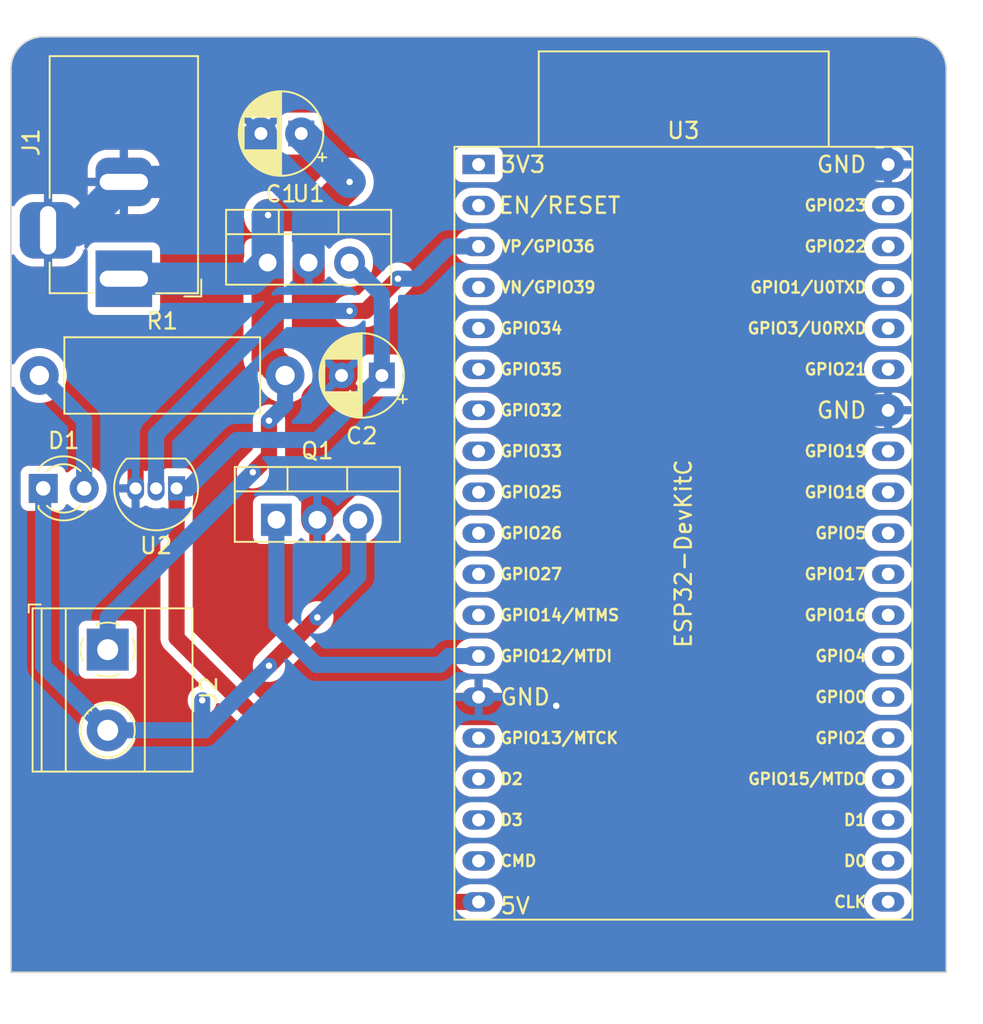
<source format=kicad_pcb>
(kicad_pcb (version 20221018) (generator pcbnew)
  (layers (0 "F.Cu" signal) (31 "B.Cu" signal) (34 "B.Paste" user) (35 "F.Paste" user) (36 "B.SilkS" user "B.Silkscreen") (37 "F.SilkS" user "F.Silkscreen") (38 "B.Mask" user) (39 "F.Mask" user) (44 "Edge.Cuts" user))
  (net 0 "")
  (net 1 "Net-(J2-Pin_1)")
  (net 2 "GND")
  (net 3 "+5V")
  (net 4 "Net-(D1-K)")
  (net 5 "Net-(D1-A)")
  (net 6 "Net-(Q1-G)")
  (net 7 "Net-(U2-V_{OUT})")
  (footprint "Package_TO_SOT_THT:TO-92_Inline" (layer "F.Cu") (at 158.27 76 180)
    (fp_text reference "U2" (at 1.27 -3.56) (layer "F.SilkS"))
    (fp_text value "LM35-LP")
    (fp_line (start -0.53 1.85) (end 3.07 1.85) (stroke (width 0.12)) (layer "F.SilkS"))
    (fp_arc (start -0.568478 1.838478) (mid -1.132087 -0.994977) (end 1.27 -2.6) (stroke (width 0.12)) (layer "F.SilkS"))
    (fp_arc (start 1.27 -2.6) (mid 3.672087 -0.994977) (end 3.108478 1.838478) (stroke (width 0.12)) (layer "F.SilkS"))
    (pad "1" thru_hole rect (at 0 0 180) (size 1.05 1.5) (drill 0.75) (layers "*.Cu" "*.Mask") (net 3 "+5V"))
    (pad "2" thru_hole oval (at 1.27 0 180) (size 1.05 1.5) (drill 0.75) (layers "*.Cu" "*.Mask") (net 7 "Net-(U2-V_{OUT})"))
    (pad "3" thru_hole oval (at 2.54 0 180) (size 1.05 1.5) (drill 0.75) (layers "*.Cu" "*.Mask") (net 2 "GND"))
  )
  (footprint "Capacitor_THT:CP_Radial_D5.0mm_P2.50mm" (layer "F.Cu") (at 166 54 180)
    (fp_text reference "C1" (at 1.25 -3.75) (layer "F.SilkS"))
    (fp_text value "0.33 uF")
    (fp_line (start -1.554775 -1.475) (end -1.054775 -1.475) (stroke (width 0.12)) (layer "F.SilkS"))
    (fp_line (start -1.304775 -1.725) (end -1.304775 -1.225) (stroke (width 0.12)) (layer "F.SilkS"))
    (fp_line (start 1.25 -2.58) (end 1.25 2.58) (stroke (width 0.12)) (layer "F.SilkS"))
    (fp_line (start 1.29 -2.58) (end 1.29 2.58) (stroke (width 0.12)) (layer "F.SilkS"))
    (fp_line (start 1.33 -2.579) (end 1.33 2.579) (stroke (width 0.12)) (layer "F.SilkS"))
    (fp_line (start 1.37 -2.578) (end 1.37 2.578) (stroke (width 0.12)) (layer "F.SilkS"))
    (fp_line (start 1.41 -2.576) (end 1.41 2.576) (stroke (width 0.12)) (layer "F.SilkS"))
    (fp_line (start 1.45 -2.573) (end 1.45 2.573) (stroke (width 0.12)) (layer "F.SilkS"))
    (fp_line (start 1.49 -2.569) (end 1.49 -1.04) (stroke (width 0.12)) (layer "F.SilkS"))
    (fp_line (start 1.49 1.04) (end 1.49 2.569) (stroke (width 0.12)) (layer "F.SilkS"))
    (fp_line (start 1.53 -2.565) (end 1.53 -1.04) (stroke (width 0.12)) (layer "F.SilkS"))
    (fp_line (start 1.53 1.04) (end 1.53 2.565) (stroke (width 0.12)) (layer "F.SilkS"))
    (fp_line (start 1.57 -2.561) (end 1.57 -1.04) (stroke (width 0.12)) (layer "F.SilkS"))
    (fp_line (start 1.57 1.04) (end 1.57 2.561) (stroke (width 0.12)) (layer "F.SilkS"))
    (fp_line (start 1.61 -2.556) (end 1.61 -1.04) (stroke (width 0.12)) (layer "F.SilkS"))
    (fp_line (start 1.61 1.04) (end 1.61 2.556) (stroke (width 0.12)) (layer "F.SilkS"))
    (fp_line (start 1.65 -2.55) (end 1.65 -1.04) (stroke (width 0.12)) (layer "F.SilkS"))
    (fp_line (start 1.65 1.04) (end 1.65 2.55) (stroke (width 0.12)) (layer "F.SilkS"))
    (fp_line (start 1.69 -2.543) (end 1.69 -1.04) (stroke (width 0.12)) (layer "F.SilkS"))
    (fp_line (start 1.69 1.04) (end 1.69 2.543) (stroke (width 0.12)) (layer "F.SilkS"))
    (fp_line (start 1.73 -2.536) (end 1.73 -1.04) (stroke (width 0.12)) (layer "F.SilkS"))
    (fp_line (start 1.73 1.04) (end 1.73 2.536) (stroke (width 0.12)) (layer "F.SilkS"))
    (fp_line (start 1.77 -2.528) (end 1.77 -1.04) (stroke (width 0.12)) (layer "F.SilkS"))
    (fp_line (start 1.77 1.04) (end 1.77 2.528) (stroke (width 0.12)) (layer "F.SilkS"))
    (fp_line (start 1.81 -2.52) (end 1.81 -1.04) (stroke (width 0.12)) (layer "F.SilkS"))
    (fp_line (start 1.81 1.04) (end 1.81 2.52) (stroke (width 0.12)) (layer "F.SilkS"))
    (fp_line (start 1.85 -2.511) (end 1.85 -1.04) (stroke (width 0.12)) (layer "F.SilkS"))
    (fp_line (start 1.85 1.04) (end 1.85 2.511) (stroke (width 0.12)) (layer "F.SilkS"))
    (fp_line (start 1.89 -2.501) (end 1.89 -1.04) (stroke (width 0.12)) (layer "F.SilkS"))
    (fp_line (start 1.89 1.04) (end 1.89 2.501) (stroke (width 0.12)) (layer "F.SilkS"))
    (fp_line (start 1.93 -2.491) (end 1.93 -1.04) (stroke (width 0.12)) (layer "F.SilkS"))
    (fp_line (start 1.93 1.04) (end 1.93 2.491) (stroke (width 0.12)) (layer "F.SilkS"))
    (fp_line (start 1.971 -2.48) (end 1.971 -1.04) (stroke (width 0.12)) (layer "F.SilkS"))
    (fp_line (start 1.971 1.04) (end 1.971 2.48) (stroke (width 0.12)) (layer "F.SilkS"))
    (fp_line (start 2.011 -2.468) (end 2.011 -1.04) (stroke (width 0.12)) (layer "F.SilkS"))
    (fp_line (start 2.011 1.04) (end 2.011 2.468) (stroke (width 0.12)) (layer "F.SilkS"))
    (fp_line (start 2.051 -2.455) (end 2.051 -1.04) (stroke (width 0.12)) (layer "F.SilkS"))
    (fp_line (start 2.051 1.04) (end 2.051 2.455) (stroke (width 0.12)) (layer "F.SilkS"))
    (fp_line (start 2.091 -2.442) (end 2.091 -1.04) (stroke (width 0.12)) (layer "F.SilkS"))
    (fp_line (start 2.091 1.04) (end 2.091 2.442) (stroke (width 0.12)) (layer "F.SilkS"))
    (fp_line (start 2.131 -2.428) (end 2.131 -1.04) (stroke (width 0.12)) (layer "F.SilkS"))
    (fp_line (start 2.131 1.04) (end 2.131 2.428) (stroke (width 0.12)) (layer "F.SilkS"))
    (fp_line (start 2.171 -2.414) (end 2.171 -1.04) (stroke (width 0.12)) (layer "F.SilkS"))
    (fp_line (start 2.171 1.04) (end 2.171 2.414) (stroke (width 0.12)) (layer "F.SilkS"))
    (fp_line (start 2.211 -2.398) (end 2.211 -1.04) (stroke (width 0.12)) (layer "F.SilkS"))
    (fp_line (start 2.211 1.04) (end 2.211 2.398) (stroke (width 0.12)) (layer "F.SilkS"))
    (fp_line (start 2.251 -2.382) (end 2.251 -1.04) (stroke (width 0.12)) (layer "F.SilkS"))
    (fp_line (start 2.251 1.04) (end 2.251 2.382) (stroke (width 0.12)) (layer "F.SilkS"))
    (fp_line (start 2.291 -2.365) (end 2.291 -1.04) (stroke (width 0.12)) (layer "F.SilkS"))
    (fp_line (start 2.291 1.04) (end 2.291 2.365) (stroke (width 0.12)) (layer "F.SilkS"))
    (fp_line (start 2.331 -2.348) (end 2.331 -1.04) (stroke (width 0.12)) (layer "F.SilkS"))
    (fp_line (start 2.331 1.04) (end 2.331 2.348) (stroke (width 0.12)) (layer "F.SilkS"))
    (fp_line (start 2.371 -2.329) (end 2.371 -1.04) (stroke (width 0.12)) (layer "F.SilkS"))
    (fp_line (start 2.371 1.04) (end 2.371 2.329) (stroke (width 0.12)) (layer "F.SilkS"))
    (fp_line (start 2.411 -2.31) (end 2.411 -1.04) (stroke (width 0.12)) (layer "F.SilkS"))
    (fp_line (start 2.411 1.04) (end 2.411 2.31) (stroke (width 0.12)) (layer "F.SilkS"))
    (fp_line (start 2.451 -2.29) (end 2.451 -1.04) (stroke (width 0.12)) (layer "F.SilkS"))
    (fp_line (start 2.451 1.04) (end 2.451 2.29) (stroke (width 0.12)) (layer "F.SilkS"))
    (fp_line (start 2.491 -2.268) (end 2.491 -1.04) (stroke (width 0.12)) (layer "F.SilkS"))
    (fp_line (start 2.491 1.04) (end 2.491 2.268) (stroke (width 0.12)) (layer "F.SilkS"))
    (fp_line (start 2.531 -2.247) (end 2.531 -1.04) (stroke (width 0.12)) (layer "F.SilkS"))
    (fp_line (start 2.531 1.04) (end 2.531 2.247) (stroke (width 0.12)) (layer "F.SilkS"))
    (fp_line (start 2.571 -2.224) (end 2.571 -1.04) (stroke (width 0.12)) (layer "F.SilkS"))
    (fp_line (start 2.571 1.04) (end 2.571 2.224) (stroke (width 0.12)) (layer "F.SilkS"))
    (fp_line (start 2.611 -2.2) (end 2.611 -1.04) (stroke (width 0.12)) (layer "F.SilkS"))
    (fp_line (start 2.611 1.04) (end 2.611 2.2) (stroke (width 0.12)) (layer "F.SilkS"))
    (fp_line (start 2.651 -2.175) (end 2.651 -1.04) (stroke (width 0.12)) (layer "F.SilkS"))
    (fp_line (start 2.651 1.04) (end 2.651 2.175) (stroke (width 0.12)) (layer "F.SilkS"))
    (fp_line (start 2.691 -2.149) (end 2.691 -1.04) (stroke (width 0.12)) (layer "F.SilkS"))
    (fp_line (start 2.691 1.04) (end 2.691 2.149) (stroke (width 0.12)) (layer "F.SilkS"))
    (fp_line (start 2.731 -2.122) (end 2.731 -1.04) (stroke (width 0.12)) (layer "F.SilkS"))
    (fp_line (start 2.731 1.04) (end 2.731 2.122) (stroke (width 0.12)) (layer "F.SilkS"))
    (fp_line (start 2.771 -2.095) (end 2.771 -1.04) (stroke (width 0.12)) (layer "F.SilkS"))
    (fp_line (start 2.771 1.04) (end 2.771 2.095) (stroke (width 0.12)) (layer "F.SilkS"))
    (fp_line (start 2.811 -2.065) (end 2.811 -1.04) (stroke (width 0.12)) (layer "F.SilkS"))
    (fp_line (start 2.811 1.04) (end 2.811 2.065) (stroke (width 0.12)) (layer "F.SilkS"))
    (fp_line (start 2.851 -2.035) (end 2.851 -1.04) (stroke (width 0.12)) (layer "F.SilkS"))
    (fp_line (start 2.851 1.04) (end 2.851 2.035) (stroke (width 0.12)) (layer "F.SilkS"))
    (fp_line (start 2.891 -2.004) (end 2.891 -1.04) (stroke (width 0.12)) (layer "F.SilkS"))
    (fp_line (start 2.891 1.04) (end 2.891 2.004) (stroke (width 0.12)) (layer "F.SilkS"))
    (fp_line (start 2.931 -1.971) (end 2.931 -1.04) (stroke (width 0.12)) (layer "F.SilkS"))
    (fp_line (start 2.931 1.04) (end 2.931 1.971) (stroke (width 0.12)) (layer "F.SilkS"))
    (fp_line (start 2.971 -1.937) (end 2.971 -1.04) (stroke (width 0.12)) (layer "F.SilkS"))
    (fp_line (start 2.971 1.04) (end 2.971 1.937) (stroke (width 0.12)) (layer "F.SilkS"))
    (fp_line (start 3.011 -1.901) (end 3.011 -1.04) (stroke (width 0.12)) (layer "F.SilkS"))
    (fp_line (start 3.011 1.04) (end 3.011 1.901) (stroke (width 0.12)) (layer "F.SilkS"))
    (fp_line (start 3.051 -1.864) (end 3.051 -1.04) (stroke (width 0.12)) (layer "F.SilkS"))
    (fp_line (start 3.051 1.04) (end 3.051 1.864) (stroke (width 0.12)) (layer "F.SilkS"))
    (fp_line (start 3.091 -1.826) (end 3.091 -1.04) (stroke (width 0.12)) (layer "F.SilkS"))
    (fp_line (start 3.091 1.04) (end 3.091 1.826) (stroke (width 0.12)) (layer "F.SilkS"))
    (fp_line (start 3.131 -1.785) (end 3.131 -1.04) (stroke (width 0.12)) (layer "F.SilkS"))
    (fp_line (start 3.131 1.04) (end 3.131 1.785) (stroke (width 0.12)) (layer "F.SilkS"))
    (fp_line (start 3.171 -1.743) (end 3.171 -1.04) (stroke (width 0.12)) (layer "F.SilkS"))
    (fp_line (start 3.171 1.04) (end 3.171 1.743) (stroke (width 0.12)) (layer "F.SilkS"))
    (fp_line (start 3.211 -1.699) (end 3.211 -1.04) (stroke (width 0.12)) (layer "F.SilkS"))
    (fp_line (start 3.211 1.04) (end 3.211 1.699) (stroke (width 0.12)) (layer "F.SilkS"))
    (fp_line (start 3.251 -1.653) (end 3.251 -1.04) (stroke (width 0.12)) (layer "F.SilkS"))
    (fp_line (start 3.251 1.04) (end 3.251 1.653) (stroke (width 0.12)) (layer "F.SilkS"))
    (fp_line (start 3.291 -1.605) (end 3.291 -1.04) (stroke (width 0.12)) (layer "F.SilkS"))
    (fp_line (start 3.291 1.04) (end 3.291 1.605) (stroke (width 0.12)) (layer "F.SilkS"))
    (fp_line (start 3.331 -1.554) (end 3.331 -1.04) (stroke (width 0.12)) (layer "F.SilkS"))
    (fp_line (start 3.331 1.04) (end 3.331 1.554) (stroke (width 0.12)) (layer "F.SilkS"))
    (fp_line (start 3.371 -1.5) (end 3.371 -1.04) (stroke (width 0.12)) (layer "F.SilkS"))
    (fp_line (start 3.371 1.04) (end 3.371 1.5) (stroke (width 0.12)) (layer "F.SilkS"))
    (fp_line (start 3.411 -1.443) (end 3.411 -1.04) (stroke (width 0.12)) (layer "F.SilkS"))
    (fp_line (start 3.411 1.04) (end 3.411 1.443) (stroke (width 0.12)) (layer "F.SilkS"))
    (fp_line (start 3.451 -1.383) (end 3.451 -1.04) (stroke (width 0.12)) (layer "F.SilkS"))
    (fp_line (start 3.451 1.04) (end 3.451 1.383) (stroke (width 0.12)) (layer "F.SilkS"))
    (fp_line (start 3.491 -1.319) (end 3.491 -1.04) (stroke (width 0.12)) (layer "F.SilkS"))
    (fp_line (start 3.491 1.04) (end 3.491 1.319) (stroke (width 0.12)) (layer "F.SilkS"))
    (fp_line (start 3.531 -1.251) (end 3.531 -1.04) (stroke (width 0.12)) (layer "F.SilkS"))
    (fp_line (start 3.531 1.04) (end 3.531 1.251) (stroke (width 0.12)) (layer "F.SilkS"))
    (fp_line (start 3.571 -1.178) (end 3.571 1.178) (stroke (width 0.12)) (layer "F.SilkS"))
    (fp_line (start 3.611 -1.098) (end 3.611 1.098) (stroke (width 0.12)) (layer "F.SilkS"))
    (fp_line (start 3.651 -1.011) (end 3.651 1.011) (stroke (width 0.12)) (layer "F.SilkS"))
    (fp_line (start 3.691 -0.915) (end 3.691 0.915) (stroke (width 0.12)) (layer "F.SilkS"))
    (fp_line (start 3.731 -0.805) (end 3.731 0.805) (stroke (width 0.12)) (layer "F.SilkS"))
    (fp_line (start 3.771 -0.677) (end 3.771 0.677) (stroke (width 0.12)) (layer "F.SilkS"))
    (fp_line (start 3.811 -0.518) (end 3.811 0.518) (stroke (width 0.12)) (layer "F.SilkS"))
    (fp_line (start 3.851 -0.284) (end 3.851 0.284) (stroke (width 0.12)) (layer "F.SilkS"))
    (fp_circle (center 1.25 0) (end 3.87 0) (stroke (width 0.12)) (fill none) (layer "F.SilkS"))
    (pad "1" thru_hole rect (at 0 0 180) (size 1.6 1.6) (drill 0.8) (layers "*.Cu" "*.Mask") (net 1 "Net-(J2-Pin_1)"))
    (pad "2" thru_hole circle (at 2.5 0 180) (size 1.6 1.6) (drill 0.8) (layers "*.Cu" "*.Mask") (net 2 "GND"))
  )
  (footprint "Connector_BarrelJack:BarrelJack_Horizontal" (layer "F.Cu") (at 155 63 -90)
    (fp_text reference "J1" (at -8.45 5.75 90) (layer "F.SilkS"))
    (fp_text value "Barrel_Jack_Switch_Pin3Ring")
    (fp_line (start -13.8 -4.6) (end 0.9 -4.6) (stroke (width 0.12)) (layer "F.SilkS"))
    (fp_line (start -13.8 4.6) (end -13.8 -4.6) (stroke (width 0.12)) (layer "F.SilkS"))
    (fp_line (start -5 4.6) (end -13.8 4.6) (stroke (width 0.12)) (layer "F.SilkS"))
    (fp_line (start 0.05 -4.8) (end 1.1 -4.8) (stroke (width 0.12)) (layer "F.SilkS"))
    (fp_line (start 0.9 -4.6) (end 0.9 -2) (stroke (width 0.12)) (layer "F.SilkS"))
    (fp_line (start 0.9 1.9) (end 0.9 4.6) (stroke (width 0.12)) (layer "F.SilkS"))
    (fp_line (start 0.9 4.6) (end -1 4.6) (stroke (width 0.12)) (layer "F.SilkS"))
    (fp_line (start 1.1 -3.75) (end 1.1 -4.8) (stroke (width 0.12)) (layer "F.SilkS"))
    (pad "1" thru_hole rect (at 0 0 270) (size 3.5 3.5) (drill oval 1 3) (layers "*.Cu" "*.Mask") (net 1 "Net-(J2-Pin_1)"))
    (pad "2" thru_hole roundrect (at -6 0 270) (size 3 3.5) (drill oval 1 3) (layers "*.Cu" "*.Mask") (net 2 "GND"))
    (pad "3" thru_hole roundrect (at -3 4.7 270) (size 3.5 3.5) (drill oval 3 1) (layers "*.Cu" "*.Mask") (net 2 "GND"))
  )
  (footprint "Package_TO_SOT_THT:TO-220-3_Vertical" (layer "F.Cu") (at 164.46 77.945)
    (fp_text reference "Q1" (at 2.54 -4.27) (layer "F.SilkS"))
    (fp_text value "IRLZ44N")
    (fp_line (start -2.58 -3.27) (end -2.58 1.371) (stroke (width 0.12)) (layer "F.SilkS"))
    (fp_line (start -2.58 -3.27) (end 7.66 -3.27) (stroke (width 0.12)) (layer "F.SilkS"))
    (fp_line (start -2.58 -1.76) (end 7.66 -1.76) (stroke (width 0.12)) (layer "F.SilkS"))
    (fp_line (start -2.58 1.371) (end 7.66 1.371) (stroke (width 0.12)) (layer "F.SilkS"))
    (fp_line (start 0.69 -3.27) (end 0.69 -1.76) (stroke (width 0.12)) (layer "F.SilkS"))
    (fp_line (start 4.391 -3.27) (end 4.391 -1.76) (stroke (width 0.12)) (layer "F.SilkS"))
    (fp_line (start 7.66 -3.27) (end 7.66 1.371) (stroke (width 0.12)) (layer "F.SilkS"))
    (pad "1" thru_hole rect (at 0 0) (size 1.905 2) (drill 1.1) (layers "*.Cu" "*.Mask") (net 6 "Net-(Q1-G)"))
    (pad "2" thru_hole oval (at 2.54 0) (size 1.905 2) (drill 1.1) (layers "*.Cu" "*.Mask") (net 2 "GND"))
    (pad "3" thru_hole oval (at 5.08 0) (size 1.905 2) (drill 1.1) (layers "*.Cu" "*.Mask") (net 4 "Net-(D1-K)"))
  )
  (footprint "PCM_Espressif:ESP32-DevKitC" (layer "F.Cu") (at 177 55.92)
    (fp_text reference "U3" (at 12.7 -2.1) (layer "F.SilkS"))
    (fp_text value "ESP32-DevKitC" (at 12.7 24.13 90) (layer "F.SilkS"))
    (fp_text user "GPIO2" (at 24.13 35.56 unlocked) (layer "F.SilkS") (effects (font (size 0.7 0.7)) (justify right)))
    (fp_text user "GPIO33" (at 1.27 17.78 unlocked) (layer "F.SilkS") (effects (font (size 0.7 0.7)) (justify left)))
    (fp_text user "GPIO13/MTCK" (at 1.27 35.56 unlocked) (layer "F.SilkS") (effects (font (size 0.7 0.7)) (justify left)))
    (fp_text user "GPIO27" (at 1.27 25.4 unlocked) (layer "F.SilkS") (effects (font (size 0.7 0.7)) (justify left)))
    (fp_text user "GPIO0" (at 24.13 33.02 unlocked) (layer "F.SilkS") (effects (font (size 0.7 0.7)) (justify right)))
    (fp_text user "5V" (at 1.26632 45.97128 unlocked) (layer "F.SilkS") (effects (justify left)))
    (fp_text user "EN/RESET" (at 8.88632 2.53728 unlocked) (layer "F.SilkS") (effects (justify right)))
    (fp_text user "GPIO17" (at 24.13 25.4 unlocked) (layer "F.SilkS") (effects (font (size 0.7 0.7)) (justify right)))
    (fp_text user "GPIO16" (at 24.13 27.94 unlocked) (layer "F.SilkS") (effects (font (size 0.7 0.7)) (justify right)))
    (fp_text user "GPIO23" (at 24.13 2.54 unlocked) (layer "F.SilkS") (effects (font (size 0.7 0.7)) (justify right)))
    (fp_text user "GND" (at 24.13 0 unlocked) (layer "F.SilkS") (effects (justify right)))
    (fp_text user "GND" (at 24.13 15.24 unlocked) (layer "F.SilkS") (effects (justify right)))
    (fp_text user "GPIO12/MTDI" (at 1.27 30.48 unlocked) (layer "F.SilkS") (effects (font (size 0.7 0.7)) (justify left)))
    (fp_text user "GND" (at 1.27 33.02 unlocked) (layer "F.SilkS") (effects (justify left)))
    (fp_text user "3V3" (at 1.27 0 unlocked) (layer "F.SilkS") (effects (justify left)))
    (fp_text user "VP/GPIO36" (at 1.27 5.08 unlocked) (layer "F.SilkS") (effects (font (size 0.7 0.7)) (justify left)))
    (fp_text user "CMD" (at 1.27 43.18 unlocked) (layer "F.SilkS") (effects (font (size 0.7 0.7)) (justify left)))
    (fp_text user "GPIO22" (at 24.13 5.08 unlocked) (layer "F.SilkS") (effects (font (size 0.7 0.7)) (justify right)))
    (fp_text user "D2" (at 1.27 38.1 unlocked) (layer "F.SilkS") (effects (font (size 0.7 0.7)) (justify left)))
    (fp_text user "GPIO21" (at 24.13 12.7 unlocked) (layer "F.SilkS") (effects (font (size 0.7 0.7)) (justify right)))
    (fp_text user "GPIO4" (at 24.13 30.48 unlocked) (layer "F.SilkS") (effects (font (size 0.7 0.7)) (justify right)))
    (fp_text user "GPIO5" (at 24.13 22.86 unlocked) (layer "F.SilkS") (effects (font (size 0.7 0.7)) (justify right)))
    (fp_text user "GPIO19" (at 24.13 17.78 unlocked) (layer "F.SilkS") (effects (font (size 0.7 0.7)) (justify right)))
    (fp_text user "D0" (at 24.13 43.18 unlocked) (layer "F.SilkS") (effects (font (size 0.7 0.7)) (justify right)))
    (fp_text user "VN/GPIO39" (at 1.27 7.62 unlocked) (layer "F.SilkS") (effects (font (size 0.7 0.7)) (justify left)))
    (fp_text user "GPIO18" (at 24.13 20.32 unlocked) (layer "F.SilkS") (effects (font (size 0.7 0.7)) (justify right)))
    (fp_text user "GPIO35" (at 1.27 12.7 unlocked) (layer "F.SilkS") (effects (font (size 0.7 0.7)) (justify left)))
    (fp_text user "CLK" (at 24.13 45.72 unlocked) (layer "F.SilkS") (effects (font (size 0.7 0.7)) (justify right)))
    (fp_text user "GPIO34" (at 1.27 10.16 unlocked) (layer "F.SilkS") (effects (font (size 0.7 0.7)) (justify left)))
    (fp_text user "D3" (at 1.27 40.64 unlocked) (layer "F.SilkS") (effects (font (size 0.7 0.7)) (justify left)))
    (fp_text user "GPIO3/U0RXD" (at 24.13 10.16 unlocked) (layer "F.SilkS") (effects (font (size 0.7 0.7)) (justify right)))
    (fp_text user "GPIO15/MTDO" (at 24.13 38.1 unlocked) (layer "F.SilkS") (effects (font (size 0.7 0.7)) (justify right)))
    (fp_text user "GPIO14/MTMS" (at 1.27 27.94 unlocked) (layer "F.SilkS") (effects (font (size 0.7 0.7)) (justify left)))
    (fp_text user "GPIO26" (at 1.27 22.86 unlocked) (layer "F.SilkS") (effects (font (size 0.7 0.7)) (justify left)))
    (fp_text user "GPIO25" (at 1.27 20.32 unlocked) (layer "F.SilkS") (effects (font (size 0.7 0.7)) (justify left)))
    (fp_text user "D1" (at 24.13 40.64 unlocked) (layer "F.SilkS") (effects (font (size 0.7 0.7)) (justify right)))
    (fp_text user "GPIO32" (at 1.27 15.24 unlocked) (layer "F.SilkS") (effects (font (size 0.7 0.7)) (justify left)))
    (fp_text user "GPIO1/U0TXD" (at 24.13 7.62 unlocked) (layer "F.SilkS") (effects (font (size 0.7 0.7)) (justify right)))
    (fp_line (start -1.5 46.82) (end 26.899999 46.82) (stroke (width 0.12)) (layer "F.SilkS"))
    (fp_line (start -1.499999 -1.1) (end -1.5 46.82) (stroke (width 0.12)) (layer "F.SilkS"))
    (fp_line (start 3.73012 -7.01312) (end 21.71332 -7.01312) (stroke (width 0.12)) (layer "F.SilkS"))
    (fp_line (start 3.73012 -1.12032) (end 3.73012 -7.01312) (stroke (width 0.12)) (layer "F.SilkS"))
    (fp_line (start 21.71332 -7.01312) (end 21.71332 -1.12032) (stroke (width 0.12)) (layer "F.SilkS"))
    (fp_line (start 26.899999 46.82) (end 26.9 -1.1) (stroke (width 0.12)) (layer "F.SilkS"))
    (fp_line (start 26.9 -1.1) (end -1.499999 -1.1) (stroke (width 0.12)) (layer "F.SilkS"))
    (pad "1" thru_hole rect (at 0 0 270) (size 1.2 2) (drill 0.8) (layers "*.Cu" "*.Mask"))
    (pad "2" thru_hole oval (at 0 2.54 270) (size 1.2 2) (drill 0.8) (layers "*.Cu" "*.Mask"))
    (pad "3" thru_hole oval (at 0 5.08 270) (size 1.2 2) (drill 0.8) (layers "*.Cu" "*.Mask") (net 7 "Net-(U2-V_{OUT})"))
    (pad "4" thru_hole oval (at 0 7.62 270) (size 1.2 2) (drill 0.8) (layers "*.Cu" "*.Mask"))
    (pad "5" thru_hole oval (at 0 10.16 270) (size 1.2 2) (drill 0.8) (layers "*.Cu" "*.Mask"))
    (pad "6" thru_hole oval (at 0 12.7 270) (size 1.2 2) (drill 0.8) (layers "*.Cu" "*.Mask"))
    (pad "7" thru_hole oval (at 0 15.24 270) (size 1.2 2) (drill 0.8) (layers "*.Cu" "*.Mask"))
    (pad "8" thru_hole oval (at 0 17.78 270) (size 1.2 2) (drill 0.8) (layers "*.Cu" "*.Mask"))
    (pad "9" thru_hole oval (at 0 20.32 270) (size 1.2 2) (drill 0.8) (layers "*.Cu" "*.Mask"))
    (pad "10" thru_hole oval (at 0 22.86 270) (size 1.2 2) (drill 0.8) (layers "*.Cu" "*.Mask"))
    (pad "11" thru_hole oval (at 0 25.4 270) (size 1.2 2) (drill 0.8) (layers "*.Cu" "*.Mask"))
    (pad "12" thru_hole oval (at 0 27.94 270) (size 1.2 2) (drill 0.8) (layers "*.Cu" "*.Mask"))
    (pad "13" thru_hole oval (at 0 30.48 270) (size 1.2 2) (drill 0.8) (layers "*.Cu" "*.Mask") (net 6 "Net-(Q1-G)"))
    (pad "14" thru_hole oval (at 0 33.02 270) (size 1.2 2) (drill 0.8) (layers "*.Cu" "*.Mask") (net 2 "GND"))
    (pad "15" thru_hole oval (at 0 35.56 270) (size 1.2 2) (drill 0.8) (layers "*.Cu" "*.Mask"))
    (pad "16" thru_hole oval (at 0 38.1 270) (size 1.2 2) (drill 0.8) (layers "*.Cu" "*.Mask"))
    (pad "17" thru_hole oval (at 0 40.64 270) (size 1.2 2) (drill 0.8) (layers "*.Cu" "*.Mask"))
    (pad "18" thru_hole oval (at 0 43.18 270) (size 1.2 2) (drill 0.8) (layers "*.Cu" "*.Mask"))
    (pad "19" thru_hole oval (at 0 45.72 270) (size 1.2 2) (drill 0.8) (layers "*.Cu" "*.Mask") (net 3 "+5V"))
    (pad "20" thru_hole oval (at 25.39632 45.71728 270) (size 1.2 2) (drill 0.8) (layers "*.Cu" "*.Mask"))
    (pad "21" thru_hole oval (at 25.39632 43.17728 270) (size 1.2 2) (drill 0.8) (layers "*.Cu" "*.Mask"))
    (pad "22" thru_hole oval (at 25.4 40.64 270) (size 1.2 2) (drill 0.8) (layers "*.Cu" "*.Mask"))
    (pad "23" thru_hole oval (at 25.4 38.1 270) (size 1.2 2) (drill 0.8) (layers "*.Cu" "*.Mask"))
    (pad "24" thru_hole oval (at 25.4 35.56 270) (size 1.2 2) (drill 0.8) (layers "*.Cu" "*.Mask"))
    (pad "25" thru_hole oval (at 25.4 33.02 270) (size 1.2 2) (drill 0.8) (layers "*.Cu" "*.Mask"))
    (pad "26" thru_hole oval (at 25.4 30.48 270) (size 1.2 2) (drill 0.8) (layers "*.Cu" "*.Mask"))
    (pad "27" thru_hole oval (at 25.4 27.94 270) (size 1.2 2) (drill 0.8) (layers "*.Cu" "*.Mask"))
    (pad "28" thru_hole oval (at 25.4 25.4 270) (size 1.2 2) (drill 0.8) (layers "*.Cu" "*.Mask"))
    (pad "29" thru_hole oval (at 25.4 22.86 270) (size 1.2 2) (drill 0.8) (layers "*.Cu" "*.Mask"))
    (pad "30" thru_hole oval (at 25.4 20.32 270) (size 1.2 2) (drill 0.8) (layers "*.Cu" "*.Mask"))
    (pad "31" thru_hole oval (at 25.4 17.78 270) (size 1.2 2) (drill 0.8) (layers "*.Cu" "*.Mask"))
    (pad "32" thru_hole oval (at 25.4 15.24 270) (size 1.2 2) (drill 0.8) (layers "*.Cu" "*.Mask") (net 2 "GND"))
    (pad "33" thru_hole oval (at 25.4 12.7 270) (size 1.2 2) (drill 0.8) (layers "*.Cu" "*.Mask"))
    (pad "34" thru_hole oval (at 25.4 10.16 270) (size 1.2 2) (drill 0.8) (layers "*.Cu" "*.Mask"))
    (pad "35" thru_hole oval (at 25.4 7.62 270) (size 1.2 2) (drill 0.8) (layers "*.Cu" "*.Mask"))
    (pad "36" thru_hole oval (at 25.4 5.08 270) (size 1.2 2) (drill 0.8) (layers "*.Cu" "*.Mask"))
    (pad "37" thru_hole oval (at 25.4 2.54 270) (size 1.2 2) (drill 0.8) (layers "*.Cu" "*.Mask"))
    (pad "38" thru_hole oval (at 25.4 0 270) (size 1.2 2) (drill 0.8) (layers "*.Cu" "*.Mask") (net 2 "GND"))
  )
  (footprint "LED_THT:LED_D3.0mm" (layer "F.Cu") (at 150 76)
    (fp_text reference "D1" (at 1.27 -2.96) (layer "F.SilkS"))
    (fp_text value "LED")
    (fp_line (start -0.29 -1.236) (end -0.29 -1.08) (stroke (width 0.12)) (layer "F.SilkS"))
    (fp_line (start -0.29 1.08) (end -0.29 1.236) (stroke (width 0.12)) (layer "F.SilkS"))
    (fp_arc (start -0.29 -1.235516) (mid 1.366487 -1.987659) (end 2.942335 -1.078608) (stroke (width 0.12)) (layer "F.SilkS"))
    (fp_arc (start 0.229039 -1.08) (mid 1.270117 -1.5) (end 2.31113 -1.079837) (stroke (width 0.12)) (layer "F.SilkS"))
    (fp_arc (start 2.31113 1.079837) (mid 1.270117 1.5) (end 0.229039 1.08) (stroke (width 0.12)) (layer "F.SilkS"))
    (fp_arc (start 2.942335 1.078608) (mid 1.366487 1.987659) (end -0.29 1.235516) (stroke (width 0.12)) (layer "F.SilkS"))
    (pad "1" thru_hole rect (at 0 0) (size 1.8 1.8) (drill 0.9) (layers "*.Cu" "*.Mask") (net 4 "Net-(D1-K)"))
    (pad "2" thru_hole circle (at 2.54 0) (size 1.8 1.8) (drill 0.9) (layers "*.Cu" "*.Mask") (net 5 "Net-(D1-A)"))
  )
  (footprint "Capacitor_THT:CP_Radial_D5.0mm_P2.50mm" (layer "F.Cu") (at 171 69 180)
    (fp_text reference "C2" (at 1.25 -3.75) (layer "F.SilkS"))
    (fp_text value "0.1 uF")
    (fp_line (start -1.554775 -1.475) (end -1.054775 -1.475) (stroke (width 0.12)) (layer "F.SilkS"))
    (fp_line (start -1.304775 -1.725) (end -1.304775 -1.225) (stroke (width 0.12)) (layer "F.SilkS"))
    (fp_line (start 1.25 -2.58) (end 1.25 2.58) (stroke (width 0.12)) (layer "F.SilkS"))
    (fp_line (start 1.29 -2.58) (end 1.29 2.58) (stroke (width 0.12)) (layer "F.SilkS"))
    (fp_line (start 1.33 -2.579) (end 1.33 2.579) (stroke (width 0.12)) (layer "F.SilkS"))
    (fp_line (start 1.37 -2.578) (end 1.37 2.578) (stroke (width 0.12)) (layer "F.SilkS"))
    (fp_line (start 1.41 -2.576) (end 1.41 2.576) (stroke (width 0.12)) (layer "F.SilkS"))
    (fp_line (start 1.45 -2.573) (end 1.45 2.573) (stroke (width 0.12)) (layer "F.SilkS"))
    (fp_line (start 1.49 -2.569) (end 1.49 -1.04) (stroke (width 0.12)) (layer "F.SilkS"))
    (fp_line (start 1.49 1.04) (end 1.49 2.569) (stroke (width 0.12)) (layer "F.SilkS"))
    (fp_line (start 1.53 -2.565) (end 1.53 -1.04) (stroke (width 0.12)) (layer "F.SilkS"))
    (fp_line (start 1.53 1.04) (end 1.53 2.565) (stroke (width 0.12)) (layer "F.SilkS"))
    (fp_line (start 1.57 -2.561) (end 1.57 -1.04) (stroke (width 0.12)) (layer "F.SilkS"))
    (fp_line (start 1.57 1.04) (end 1.57 2.561) (stroke (width 0.12)) (layer "F.SilkS"))
    (fp_line (start 1.61 -2.556) (end 1.61 -1.04) (stroke (width 0.12)) (layer "F.SilkS"))
    (fp_line (start 1.61 1.04) (end 1.61 2.556) (stroke (width 0.12)) (layer "F.SilkS"))
    (fp_line (start 1.65 -2.55) (end 1.65 -1.04) (stroke (width 0.12)) (layer "F.SilkS"))
    (fp_line (start 1.65 1.04) (end 1.65 2.55) (stroke (width 0.12)) (layer "F.SilkS"))
    (fp_line (start 1.69 -2.543) (end 1.69 -1.04) (stroke (width 0.12)) (layer "F.SilkS"))
    (fp_line (start 1.69 1.04) (end 1.69 2.543) (stroke (width 0.12)) (layer "F.SilkS"))
    (fp_line (start 1.73 -2.536) (end 1.73 -1.04) (stroke (width 0.12)) (layer "F.SilkS"))
    (fp_line (start 1.73 1.04) (end 1.73 2.536) (stroke (width 0.12)) (layer "F.SilkS"))
    (fp_line (start 1.77 -2.528) (end 1.77 -1.04) (stroke (width 0.12)) (layer "F.SilkS"))
    (fp_line (start 1.77 1.04) (end 1.77 2.528) (stroke (width 0.12)) (layer "F.SilkS"))
    (fp_line (start 1.81 -2.52) (end 1.81 -1.04) (stroke (width 0.12)) (layer "F.SilkS"))
    (fp_line (start 1.81 1.04) (end 1.81 2.52) (stroke (width 0.12)) (layer "F.SilkS"))
    (fp_line (start 1.85 -2.511) (end 1.85 -1.04) (stroke (width 0.12)) (layer "F.SilkS"))
    (fp_line (start 1.85 1.04) (end 1.85 2.511) (stroke (width 0.12)) (layer "F.SilkS"))
    (fp_line (start 1.89 -2.501) (end 1.89 -1.04) (stroke (width 0.12)) (layer "F.SilkS"))
    (fp_line (start 1.89 1.04) (end 1.89 2.501) (stroke (width 0.12)) (layer "F.SilkS"))
    (fp_line (start 1.93 -2.491) (end 1.93 -1.04) (stroke (width 0.12)) (layer "F.SilkS"))
    (fp_line (start 1.93 1.04) (end 1.93 2.491) (stroke (width 0.12)) (layer "F.SilkS"))
    (fp_line (start 1.971 -2.48) (end 1.971 -1.04) (stroke (width 0.12)) (layer "F.SilkS"))
    (fp_line (start 1.971 1.04) (end 1.971 2.48) (stroke (width 0.12)) (layer "F.SilkS"))
    (fp_line (start 2.011 -2.468) (end 2.011 -1.04) (stroke (width 0.12)) (layer "F.SilkS"))
    (fp_line (start 2.011 1.04) (end 2.011 2.468) (stroke (width 0.12)) (layer "F.SilkS"))
    (fp_line (start 2.051 -2.455) (end 2.051 -1.04) (stroke (width 0.12)) (layer "F.SilkS"))
    (fp_line (start 2.051 1.04) (end 2.051 2.455) (stroke (width 0.12)) (layer "F.SilkS"))
    (fp_line (start 2.091 -2.442) (end 2.091 -1.04) (stroke (width 0.12)) (layer "F.SilkS"))
    (fp_line (start 2.091 1.04) (end 2.091 2.442) (stroke (width 0.12)) (layer "F.SilkS"))
    (fp_line (start 2.131 -2.428) (end 2.131 -1.04) (stroke (width 0.12)) (layer "F.SilkS"))
    (fp_line (start 2.131 1.04) (end 2.131 2.428) (stroke (width 0.12)) (layer "F.SilkS"))
    (fp_line (start 2.171 -2.414) (end 2.171 -1.04) (stroke (width 0.12)) (layer "F.SilkS"))
    (fp_line (start 2.171 1.04) (end 2.171 2.414) (stroke (width 0.12)) (layer "F.SilkS"))
    (fp_line (start 2.211 -2.398) (end 2.211 -1.04) (stroke (width 0.12)) (layer "F.SilkS"))
    (fp_line (start 2.211 1.04) (end 2.211 2.398) (stroke (width 0.12)) (layer "F.SilkS"))
    (fp_line (start 2.251 -2.382) (end 2.251 -1.04) (stroke (width 0.12)) (layer "F.SilkS"))
    (fp_line (start 2.251 1.04) (end 2.251 2.382) (stroke (width 0.12)) (layer "F.SilkS"))
    (fp_line (start 2.291 -2.365) (end 2.291 -1.04) (stroke (width 0.12)) (layer "F.SilkS"))
    (fp_line (start 2.291 1.04) (end 2.291 2.365) (stroke (width 0.12)) (layer "F.SilkS"))
    (fp_line (start 2.331 -2.348) (end 2.331 -1.04) (stroke (width 0.12)) (layer "F.SilkS"))
    (fp_line (start 2.331 1.04) (end 2.331 2.348) (stroke (width 0.12)) (layer "F.SilkS"))
    (fp_line (start 2.371 -2.329) (end 2.371 -1.04) (stroke (width 0.12)) (layer "F.SilkS"))
    (fp_line (start 2.371 1.04) (end 2.371 2.329) (stroke (width 0.12)) (layer "F.SilkS"))
    (fp_line (start 2.411 -2.31) (end 2.411 -1.04) (stroke (width 0.12)) (layer "F.SilkS"))
    (fp_line (start 2.411 1.04) (end 2.411 2.31) (stroke (width 0.12)) (layer "F.SilkS"))
    (fp_line (start 2.451 -2.29) (end 2.451 -1.04) (stroke (width 0.12)) (layer "F.SilkS"))
    (fp_line (start 2.451 1.04) (end 2.451 2.29) (stroke (width 0.12)) (layer "F.SilkS"))
    (fp_line (start 2.491 -2.268) (end 2.491 -1.04) (stroke (width 0.12)) (layer "F.SilkS"))
    (fp_line (start 2.491 1.04) (end 2.491 2.268) (stroke (width 0.12)) (layer "F.SilkS"))
    (fp_line (start 2.531 -2.247) (end 2.531 -1.04) (stroke (width 0.12)) (layer "F.SilkS"))
    (fp_line (start 2.531 1.04) (end 2.531 2.247) (stroke (width 0.12)) (layer "F.SilkS"))
    (fp_line (start 2.571 -2.224) (end 2.571 -1.04) (stroke (width 0.12)) (layer "F.SilkS"))
    (fp_line (start 2.571 1.04) (end 2.571 2.224) (stroke (width 0.12)) (layer "F.SilkS"))
    (fp_line (start 2.611 -2.2) (end 2.611 -1.04) (stroke (width 0.12)) (layer "F.SilkS"))
    (fp_line (start 2.611 1.04) (end 2.611 2.2) (stroke (width 0.12)) (layer "F.SilkS"))
    (fp_line (start 2.651 -2.175) (end 2.651 -1.04) (stroke (width 0.12)) (layer "F.SilkS"))
    (fp_line (start 2.651 1.04) (end 2.651 2.175) (stroke (width 0.12)) (layer "F.SilkS"))
    (fp_line (start 2.691 -2.149) (end 2.691 -1.04) (stroke (width 0.12)) (layer "F.SilkS"))
    (fp_line (start 2.691 1.04) (end 2.691 2.149) (stroke (width 0.12)) (layer "F.SilkS"))
    (fp_line (start 2.731 -2.122) (end 2.731 -1.04) (stroke (width 0.12)) (layer "F.SilkS"))
    (fp_line (start 2.731 1.04) (end 2.731 2.122) (stroke (width 0.12)) (layer "F.SilkS"))
    (fp_line (start 2.771 -2.095) (end 2.771 -1.04) (stroke (width 0.12)) (layer "F.SilkS"))
    (fp_line (start 2.771 1.04) (end 2.771 2.095) (stroke (width 0.12)) (layer "F.SilkS"))
    (fp_line (start 2.811 -2.065) (end 2.811 -1.04) (stroke (width 0.12)) (layer "F.SilkS"))
    (fp_line (start 2.811 1.04) (end 2.811 2.065) (stroke (width 0.12)) (layer "F.SilkS"))
    (fp_line (start 2.851 -2.035) (end 2.851 -1.04) (stroke (width 0.12)) (layer "F.SilkS"))
    (fp_line (start 2.851 1.04) (end 2.851 2.035) (stroke (width 0.12)) (layer "F.SilkS"))
    (fp_line (start 2.891 -2.004) (end 2.891 -1.04) (stroke (width 0.12)) (layer "F.SilkS"))
    (fp_line (start 2.891 1.04) (end 2.891 2.004) (stroke (width 0.12)) (layer "F.SilkS"))
    (fp_line (start 2.931 -1.971) (end 2.931 -1.04) (stroke (width 0.12)) (layer "F.SilkS"))
    (fp_line (start 2.931 1.04) (end 2.931 1.971) (stroke (width 0.12)) (layer "F.SilkS"))
    (fp_line (start 2.971 -1.937) (end 2.971 -1.04) (stroke (width 0.12)) (layer "F.SilkS"))
    (fp_line (start 2.971 1.04) (end 2.971 1.937) (stroke (width 0.12)) (layer "F.SilkS"))
    (fp_line (start 3.011 -1.901) (end 3.011 -1.04) (stroke (width 0.12)) (layer "F.SilkS"))
    (fp_line (start 3.011 1.04) (end 3.011 1.901) (stroke (width 0.12)) (layer "F.SilkS"))
    (fp_line (start 3.051 -1.864) (end 3.051 -1.04) (stroke (width 0.12)) (layer "F.SilkS"))
    (fp_line (start 3.051 1.04) (end 3.051 1.864) (stroke (width 0.12)) (layer "F.SilkS"))
    (fp_line (start 3.091 -1.826) (end 3.091 -1.04) (stroke (width 0.12)) (layer "F.SilkS"))
    (fp_line (start 3.091 1.04) (end 3.091 1.826) (stroke (width 0.12)) (layer "F.SilkS"))
    (fp_line (start 3.131 -1.785) (end 3.131 -1.04) (stroke (width 0.12)) (layer "F.SilkS"))
    (fp_line (start 3.131 1.04) (end 3.131 1.785) (stroke (width 0.12)) (layer "F.SilkS"))
    (fp_line (start 3.171 -1.743) (end 3.171 -1.04) (stroke (width 0.12)) (layer "F.SilkS"))
    (fp_line (start 3.171 1.04) (end 3.171 1.743) (stroke (width 0.12)) (layer "F.SilkS"))
    (fp_line (start 3.211 -1.699) (end 3.211 -1.04) (stroke (width 0.12)) (layer "F.SilkS"))
    (fp_line (start 3.211 1.04) (end 3.211 1.699) (stroke (width 0.12)) (layer "F.SilkS"))
    (fp_line (start 3.251 -1.653) (end 3.251 -1.04) (stroke (width 0.12)) (layer "F.SilkS"))
    (fp_line (start 3.251 1.04) (end 3.251 1.653) (stroke (width 0.12)) (layer "F.SilkS"))
    (fp_line (start 3.291 -1.605) (end 3.291 -1.04) (stroke (width 0.12)) (layer "F.SilkS"))
    (fp_line (start 3.291 1.04) (end 3.291 1.605) (stroke (width 0.12)) (layer "F.SilkS"))
    (fp_line (start 3.331 -1.554) (end 3.331 -1.04) (stroke (width 0.12)) (layer "F.SilkS"))
    (fp_line (start 3.331 1.04) (end 3.331 1.554) (stroke (width 0.12)) (layer "F.SilkS"))
    (fp_line (start 3.371 -1.5) (end 3.371 -1.04) (stroke (width 0.12)) (layer "F.SilkS"))
    (fp_line (start 3.371 1.04) (end 3.371 1.5) (stroke (width 0.12)) (layer "F.SilkS"))
    (fp_line (start 3.411 -1.443) (end 3.411 -1.04) (stroke (width 0.12)) (layer "F.SilkS"))
    (fp_line (start 3.411 1.04) (end 3.411 1.443) (stroke (width 0.12)) (layer "F.SilkS"))
    (fp_line (start 3.451 -1.383) (end 3.451 -1.04) (stroke (width 0.12)) (layer "F.SilkS"))
    (fp_line (start 3.451 1.04) (end 3.451 1.383) (stroke (width 0.12)) (layer "F.SilkS"))
    (fp_line (start 3.491 -1.319) (end 3.491 -1.04) (stroke (width 0.12)) (layer "F.SilkS"))
    (fp_line (start 3.491 1.04) (end 3.491 1.319) (stroke (width 0.12)) (layer "F.SilkS"))
    (fp_line (start 3.531 -1.251) (end 3.531 -1.04) (stroke (width 0.12)) (layer "F.SilkS"))
    (fp_line (start 3.531 1.04) (end 3.531 1.251) (stroke (width 0.12)) (layer "F.SilkS"))
    (fp_line (start 3.571 -1.178) (end 3.571 1.178) (stroke (width 0.12)) (layer "F.SilkS"))
    (fp_line (start 3.611 -1.098) (end 3.611 1.098) (stroke (width 0.12)) (layer "F.SilkS"))
    (fp_line (start 3.651 -1.011) (end 3.651 1.011) (stroke (width 0.12)) (layer "F.SilkS"))
    (fp_line (start 3.691 -0.915) (end 3.691 0.915) (stroke (width 0.12)) (layer "F.SilkS"))
    (fp_line (start 3.731 -0.805) (end 3.731 0.805) (stroke (width 0.12)) (layer "F.SilkS"))
    (fp_line (start 3.771 -0.677) (end 3.771 0.677) (stroke (width 0.12)) (layer "F.SilkS"))
    (fp_line (start 3.811 -0.518) (end 3.811 0.518) (stroke (width 0.12)) (layer "F.SilkS"))
    (fp_line (start 3.851 -0.284) (end 3.851 0.284) (stroke (width 0.12)) (layer "F.SilkS"))
    (fp_circle (center 1.25 0) (end 3.87 0) (stroke (width 0.12)) (fill none) (layer "F.SilkS"))
    (pad "1" thru_hole rect (at 0 0 180) (size 1.6 1.6) (drill 0.8) (layers "*.Cu" "*.Mask") (net 3 "+5V"))
    (pad "2" thru_hole circle (at 2.5 0 180) (size 1.6 1.6) (drill 0.8) (layers "*.Cu" "*.Mask") (net 2 "GND"))
  )
  (footprint "TerminalBlock_Phoenix:TerminalBlock_Phoenix_MKDS-1,5-2_1x02_P5.00mm_Horizontal" (layer "F.Cu") (at 154 86 -90)
    (fp_text reference "J2" (at 2.5 -6.26 90) (layer "F.SilkS"))
    (fp_text value "Screw_Terminal_01x02")
    (fp_line (start -2.8 4.16) (end -2.8 4.9) (stroke (width 0.12)) (layer "F.SilkS"))
    (fp_line (start -2.8 4.9) (end -2.3 4.9) (stroke (width 0.12)) (layer "F.SilkS"))
    (fp_line (start -2.56 -5.261) (end -2.56 4.66) (stroke (width 0.12)) (layer "F.SilkS"))
    (fp_line (start -2.56 -5.261) (end 7.56 -5.261) (stroke (width 0.12)) (layer "F.SilkS"))
    (fp_line (start -2.56 -2.301) (end 7.56 -2.301) (stroke (width 0.12)) (layer "F.SilkS"))
    (fp_line (start -2.56 2.6) (end 7.56 2.6) (stroke (width 0.12)) (layer "F.SilkS"))
    (fp_line (start -2.56 4.1) (end 7.56 4.1) (stroke (width 0.12)) (layer "F.SilkS"))
    (fp_line (start -2.56 4.66) (end 7.56 4.66) (stroke (width 0.12)) (layer "F.SilkS"))
    (fp_line (start 3.773 1.023) (end 3.726 1.069) (stroke (width 0.12)) (layer "F.SilkS"))
    (fp_line (start 3.966 1.239) (end 3.931 1.274) (stroke (width 0.12)) (layer "F.SilkS"))
    (fp_line (start 6.07 -1.275) (end 6.035 -1.239) (stroke (width 0.12)) (layer "F.SilkS"))
    (fp_line (start 6.275 -1.069) (end 6.228 -1.023) (stroke (width 0.12)) (layer "F.SilkS"))
    (fp_line (start 7.56 -5.261) (end 7.56 4.66) (stroke (width 0.12)) (layer "F.SilkS"))
    (fp_arc (start -1.535427 0.683042) (mid -1.680501 -0.000524) (end -1.535 -0.684) (stroke (width 0.12)) (layer "F.SilkS"))
    (fp_arc (start -0.683042 -1.535427) (mid 0.000524 -1.680501) (end 0.684 -1.535) (stroke (width 0.12)) (layer "F.SilkS"))
    (fp_arc (start 0.028805 1.680253) (mid -0.335551 1.646659) (end -0.684 1.535) (stroke (width 0.12)) (layer "F.SilkS"))
    (fp_arc (start 0.683318 1.534756) (mid 0.349292 1.643288) (end 0 1.68) (stroke (width 0.12)) (layer "F.SilkS"))
    (fp_arc (start 1.535427 -0.683042) (mid 1.680501 0.000524) (end 1.535 0.684) (stroke (width 0.12)) (layer "F.SilkS"))
    (fp_circle (center 5 0) (end 6.68 0) (stroke (width 0.12)) (fill none) (layer "F.SilkS"))
    (pad "1" thru_hole rect (at 0 0 270) (size 2.6 2.6) (drill 1.3) (layers "*.Cu" "*.Mask") (net 1 "Net-(J2-Pin_1)"))
    (pad "2" thru_hole circle (at 5 0 270) (size 2.6 2.6) (drill 1.3) (layers "*.Cu" "*.Mask") (net 4 "Net-(D1-K)"))
  )
  (footprint "Resistor_THT:R_Axial_DIN0414_L11.9mm_D4.5mm_P15.24mm_Horizontal" (layer "F.Cu") (at 149.76 69)
    (fp_text reference "R1" (at 7.62 -3.37) (layer "F.SilkS"))
    (fp_text value "10K")
    (fp_line (start 1.44 0) (end 1.55 0) (stroke (width 0.12)) (layer "F.SilkS"))
    (fp_line (start 1.55 -2.37) (end 1.55 2.37) (stroke (width 0.12)) (layer "F.SilkS"))
    (fp_line (start 1.55 2.37) (end 13.69 2.37) (stroke (width 0.12)) (layer "F.SilkS"))
    (fp_line (start 13.69 -2.37) (end 1.55 -2.37) (stroke (width 0.12)) (layer "F.SilkS"))
    (fp_line (start 13.69 2.37) (end 13.69 -2.37) (stroke (width 0.12)) (layer "F.SilkS"))
    (fp_line (start 13.8 0) (end 13.69 0) (stroke (width 0.12)) (layer "F.SilkS"))
    (pad "1" thru_hole circle (at 0 0) (size 2.4 2.4) (drill 1.2) (layers "*.Cu" "*.Mask") (net 5 "Net-(D1-A)"))
    (pad "2" thru_hole oval (at 15.24 0) (size 2.4 2.4) (drill 1.2) (layers "*.Cu" "*.Mask") (net 1 "Net-(J2-Pin_1)"))
  )
  (footprint "Package_TO_SOT_THT:TO-220-3_Vertical" (layer "F.Cu") (at 163.92 62)
    (fp_text reference "U1" (at 2.54 -4.27) (layer "F.SilkS"))
    (fp_text value "LM7805_TO220")
    (fp_line (start -2.58 -3.27) (end -2.58 1.371) (stroke (width 0.12)) (layer "F.SilkS"))
    (fp_line (start -2.58 -3.27) (end 7.66 -3.27) (stroke (width 0.12)) (layer "F.SilkS"))
    (fp_line (start -2.58 -1.76) (end 7.66 -1.76) (stroke (width 0.12)) (layer "F.SilkS"))
    (fp_line (start -2.58 1.371) (end 7.66 1.371) (stroke (width 0.12)) (layer "F.SilkS"))
    (fp_line (start 0.69 -3.27) (end 0.69 -1.76) (stroke (width 0.12)) (layer "F.SilkS"))
    (fp_line (start 4.391 -3.27) (end 4.391 -1.76) (stroke (width 0.12)) (layer "F.SilkS"))
    (fp_line (start 7.66 -3.27) (end 7.66 1.371) (stroke (width 0.12)) (layer "F.SilkS"))
    (pad "1" thru_hole rect (at 0 0) (size 1.905 2) (drill 1.1) (layers "*.Cu" "*.Mask") (net 1 "Net-(J2-Pin_1)"))
    (pad "2" thru_hole oval (at 2.54 0) (size 1.905 2) (drill 1.1) (layers "*.Cu" "*.Mask") (net 2 "GND"))
    (pad "3" thru_hole oval (at 5.08 0) (size 1.905 2) (drill 1.1) (layers "*.Cu" "*.Mask") (net 3 "+5V"))
  )
  (gr_line (start 206 50) (end 206 106) (stroke (width 0.1)) (layer "Edge.Cuts"))
  (gr_arc (start 148 50) (mid 148.585786 48.585786) (end 150 48) (stroke (width 0.1)) (layer "Edge.Cuts"))
  (gr_line (start 148 106) (end 148 103) (stroke (width 0.1)) (layer "Edge.Cuts"))
  (gr_arc (start 204 48) (mid 205.414214 48.585786) (end 206 50) (stroke (width 0.1)) (layer "Edge.Cuts"))
  (gr_line (start 204 48) (end 150 48) (stroke (width 0.1)) (layer "Edge.Cuts"))
  (gr_line (start 206 106) (end 148 106) (stroke (width 0.1)) (layer "Edge.Cuts"))
  (gr_line (start 148 50) (end 148 103) (stroke (width 0.1)) (layer "Edge.Cuts"))
  (segment (start 163.92 62) (end 163.92 67.92) (width 2) (layer "F.Cu") (net 1))
  (segment (start 164 74) (end 163 75) (width 1) (layer "F.Cu") (net 1))
  (segment (start 164 71.8) (end 164 74) (width 1) (layer "F.Cu") (net 1))
  (segment (start 166.944365 59.055635) (end 169 57) (width 2) (layer "F.Cu") (net 1))
  (segment (start 163.92 67.92) (end 165 69) (width 2) (layer "F.Cu") (net 1))
  (segment (start 163.944365 59.055635) (end 166.944365 59.055635) (width 2) (layer "F.Cu") (net 1))
  (via (at 163 75) (size 0.8) (drill 0.4) (layers "F.Cu" "B.Cu") (net 1))
  (via (at 164 71.8) (size 0.8) (drill 0.4) (layers "F.Cu" "B.Cu") (net 1))
  (via (at 169 57) (size 0.8) (drill 0.4) (layers "F.Cu" "B.Cu") (net 1))
  (via (at 163.944365 59.055635) (size 0.8) (drill 0.4) (layers "F.Cu" "B.Cu") (net 1))
  (segment (start 165 70.8) (end 164 71.8) (width 1) (layer "B.Cu") (net 1))
  (segment (start 165 69) (end 165 70.8) (width 1) (layer "B.Cu") (net 1))
  (segment (start 163 75) (end 154 84) (width 1) (layer "B.Cu") (net 1))
  (segment (start 163.92 59.08) (end 163.944365 59.055635) (width 2) (layer "B.Cu") (net 1))
  (segment (start 163.92 62) (end 163.92 59.08) (width 2) (layer "B.Cu") (net 1))
  (segment (start 166 54) (end 169 57) (width 2) (layer "B.Cu") (net 1))
  (segment (start 162.92 63) (end 163.92 62) (width 2) (layer "B.Cu") (net 1))
  (segment (start 154 84) (end 154 86) (width 1) (layer "B.Cu") (net 1))
  (segment (start 155 63) (end 162.92 63) (width 2) (layer "B.Cu") (net 1))
  (segment (start 167 77.945) (end 167 77.393405) (width 2) (layer "F.Cu") (net 2))
  (segment (start 162 82) (end 166 82) (width 1) (layer "F.Cu") (net 2))
  (segment (start 160 72) (end 161 73) (width 1) (layer "F.Cu") (net 2))
  (segment (start 166.46 65.46) (end 168.5 67.5) (width 2) (layer "F.Cu") (net 2))
  (segment (start 161 73) (end 161 81) (width 1) (layer "F.Cu") (net 2))
  (segment (start 168.5 67.5) (end 168.5 69) (width 2) (layer "F.Cu") (net 2))
  (segment (start 155.73 74.27) (end 158 72) (width 1) (layer "F.Cu") (net 2))
  (segment (start 167 81) (end 167 77.945) (width 1) (layer "F.Cu") (net 2))
  (segment (start 172 87.285584) (end 174.394416 89.68) (width 2) (layer "F.Cu") (net 2))
  (segment (start 174.394416 89.68) (end 181.614416 89.68) (width 2) (layer "F.Cu") (net 2))
  (segment (start 161 81) (end 162 82) (width 1) (layer "F.Cu") (net 2))
  (segment (start 167 70.5) (end 167 77.945) (width 2) (layer "F.Cu") (net 2))
  (segment (start 166.46 62) (end 166.46 65.46) (width 2) (layer "F.Cu") (net 2))
  (segment (start 181.614416 89.68) (end 181.814416 89.48) (width 2) (layer "F.Cu") (net 2))
  (segment (start 172 76) (end 172 87.285584) (width 2) (layer "F.Cu") (net 2))
  (segment (start 158 72) (end 160 72) (width 1) (layer "F.Cu") (net 2))
  (segment (start 171 75) (end 172 76) (width 2) (layer "F.Cu") (net 2))
  (segment (start 167 77.393405) (end 169.393405 75) (width 2) (layer "F.Cu") (net 2))
  (segment (start 169.393405 75) (end 171 75) (width 2) (layer "F.Cu") (net 2))
  (segment (start 166 82) (end 167 81) (width 1) (layer "F.Cu") (net 2))
  (segment (start 168.5 69) (end 167 70.5) (width 2) (layer "F.Cu") (net 2))
  (segment (start 155.73 76) (end 155.73 74.27) (width 1) (layer "F.Cu") (net 2))
  (via (at 181.814416 89.48) (size 0.8) (drill 0.4) (layers "F.Cu" "B.Cu") (net 2))
  (segment (start 195.08 55.92) (end 192 59) (width 2) (layer "B.Cu") (net 2))
  (segment (start 163.5 54) (end 163.5 55.5) (width 2) (layer "B.Cu") (net 2))
  (segment (start 192.84 71.16) (end 192.3 71.7) (width 2) (layer "B.Cu") (net 2))
  (segment (start 181.814416 89.48) (end 189 82.294416) (width 2) (layer "B.Cu") (net 2))
  (segment (start 155 57) (end 160.5 57) (width 2) (layer "B.Cu") (net 2))
  (segment (start 163.5 55.5) (end 166.46 58.46) (width 2) (layer "B.Cu") (net 2))
  (segment (start 166.46 58.46) (end 166.46 62) (width 2) (layer "B.Cu") (net 2))
  (segment (start 189 75) (end 192.3 71.7) (width 2) (layer "B.Cu") (net 2))
  (segment (start 192 59) (end 192 71.4) (width 2) (layer "B.Cu") (net 2))
  (segment (start 192 71.4) (end 192.3 71.7) (width 2) (layer "B.Cu") (net 2))
  (segment (start 160.5 57) (end 163.5 54) (width 2) (layer "B.Cu") (net 2))
  (segment (start 189 82.294416) (end 189 75) (width 2) (layer "B.Cu") (net 2))
  (segment (start 202.4 55.92) (end 195.08 55.92) (width 2) (layer "B.Cu") (net 2))
  (segment (start 152 60) (end 155 57) (width 2) (layer "B.Cu") (net 2))
  (segment (start 150.3 60) (end 152 60) (width 2) (layer "B.Cu") (net 2))
  (segment (start 202.4 71.16) (end 192.84 71.16) (width 2) (layer "B.Cu") (net 2))
  (segment (start 174.64 101.64) (end 177 101.64) (width 1) (layer "F.Cu") (net 3))
  (segment (start 158.27 85.27) (end 174.64 101.64) (width 1) (layer "F.Cu") (net 3))
  (segment (start 158.27 76) (end 158.27 85.27) (width 1) (layer "F.Cu") (net 3))
  (segment (start 167 73) (end 162 73) (width 1) (layer "B.Cu") (net 3))
  (segment (start 171 64) (end 171 69) (width 1) (layer "B.Cu") (net 3))
  (segment (start 162 73) (end 159 76) (width 1) (layer "B.Cu") (net 3))
  (segment (start 171 69) (end 167 73) (width 1) (layer "B.Cu") (net 3))
  (segment (start 159 76) (end 158.27 76) (width 1) (layer "B.Cu") (net 3))
  (segment (start 169 62) (end 171 64) (width 1) (layer "B.Cu") (net 3))
  (segment (start 164 87) (end 167 84) (width 1) (layer "F.Cu") (net 4))
  (via (at 164 87) (size 0.8) (drill 0.4) (layers "F.Cu" "B.Cu") (net 4))
  (via (at 159.861472 89.138528) (size 0.8) (drill 0.4) (layers "F.Cu" "B.Cu") (net 4))
  (via (at 167 84) (size 0.8) (drill 0.4) (layers "F.Cu" "B.Cu") (net 4))
  (segment (start 169.54 77.945) (end 169.54 81.46) (width 1) (layer "B.Cu") (net 4))
  (segment (start 159.861472 90.861472) (end 160 91) (width 1) (layer "B.Cu") (net 4))
  (segment (start 150 87) (end 154 91) (width 1) (layer "B.Cu") (net 4))
  (segment (start 169.54 81.46) (end 167 84) (width 1) (layer "B.Cu") (net 4))
  (segment (start 154 91) (end 160 91) (width 1) (layer "B.Cu") (net 4))
  (segment (start 159.861472 89.138528) (end 159.861472 90.861472) (width 1) (layer "B.Cu") (net 4))
  (segment (start 150 76) (end 150 87) (width 1) (layer "B.Cu") (net 4))
  (segment (start 160 91) (end 164 87) (width 1) (layer "B.Cu") (net 4))
  (segment (start 149.76 69) (end 152.54 71.78) (width 1) (layer "B.Cu") (net 5))
  (segment (start 152.54 71.78) (end 152.54 76) (width 1) (layer "B.Cu") (net 5))
  (segment (start 164.46 77.945) (end 164.46 84.46) (width 1) (layer "B.Cu") (net 6))
  (segment (start 166.94 86.94) (end 174.6 86.94) (width 1) (layer "B.Cu") (net 6))
  (segment (start 177 86.4) (end 175.14 86.4) (width 1) (layer "B.Cu") (net 6))
  (segment (start 164.46 84.46) (end 166.94 86.94) (width 1) (layer "B.Cu") (net 6))
  (segment (start 175.14 86.4) (end 174.6 86.94) (width 1) (layer "B.Cu") (net 6))
  (segment (start 169 65) (end 170 65) (width 1) (layer "F.Cu") (net 7))
  (segment (start 170 65) (end 172 63) (width 1) (layer "F.Cu") (net 7))
  (via (at 169 65) (size 0.8) (drill 0.4) (layers "F.Cu" "B.Cu") (net 7))
  (via (at 172 63) (size 0.8) (drill 0.4) (layers "F.Cu" "B.Cu") (net 7))
  (segment (start 175.14 61) (end 173.14 63) (width 1) (layer "B.Cu") (net 7))
  (segment (start 164.656497 65) (end 169 65) (width 1) (layer "B.Cu") (net 7))
  (segment (start 173.14 63) (end 172 63) (width 1) (layer "B.Cu") (net 7))
  (segment (start 177 61) (end 175.14 61) (width 1) (layer "B.Cu") (net 7))
  (segment (start 157 72.656497) (end 164.656497 65) (width 1) (layer "B.Cu") (net 7))
  (segment (start 157 76) (end 157 72.656497) (width 1) (layer "B.Cu") (net 7))
  (zone (net 2) (net_name "GND") (layers "F&B.Cu") (connect_pads (clearance 0.5)) (min_thickness 0.25) (fill yes (thermal_gap 0.5) (thermal_bridge_width 0.5))
    (polygon (pts (xy 147.32 109.22) (xy 208.28 109.22) (xy 208.28 45.72) (xy 147.32 45.72)))
  )
)
</source>
